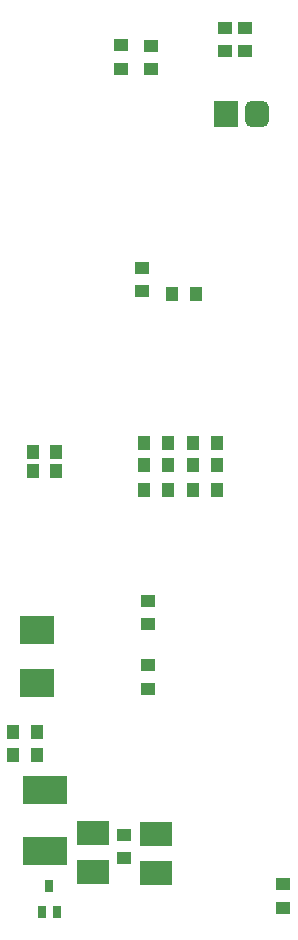
<source format=gbp>
G04*
G04 #@! TF.GenerationSoftware,Altium Limited,Altium Designer,19.1.5 (86)*
G04*
G04 Layer_Color=128*
%FSLAX44Y44*%
%MOMM*%
G71*
G01*
G75*
%ADD19R,1.3000X1.0000*%
%ADD21R,3.0000X2.4000*%
%ADD24R,1.0000X1.3000*%
%ADD78R,2.0000X2.2000*%
G04:AMPARAMS|DCode=79|XSize=2mm|YSize=2.2mm|CornerRadius=0.5mm|HoleSize=0mm|Usage=FLASHONLY|Rotation=180.000|XOffset=0mm|YOffset=0mm|HoleType=Round|Shape=RoundedRectangle|*
%AMROUNDEDRECTD79*
21,1,2.0000,1.2000,0,0,180.0*
21,1,1.0000,2.2000,0,0,180.0*
1,1,1.0000,-0.5000,0.6000*
1,1,1.0000,0.5000,0.6000*
1,1,1.0000,0.5000,-0.6000*
1,1,1.0000,-0.5000,-0.6000*
%
%ADD79ROUNDEDRECTD79*%
%ADD80R,0.8000X1.0000*%
%ADD81R,2.7000X2.0000*%
%ADD82R,3.7000X2.4500*%
D19*
X1249680Y994410D02*
D03*
Y974410D02*
D03*
X1275080Y994090D02*
D03*
Y974090D02*
D03*
X1386840Y284414D02*
D03*
Y264414D02*
D03*
X1267460Y786130D02*
D03*
Y806130D02*
D03*
X1338093Y1009330D02*
D03*
Y989330D02*
D03*
X1354603D02*
D03*
Y1009330D02*
D03*
X1272540Y504190D02*
D03*
Y524190D02*
D03*
Y449580D02*
D03*
Y469580D02*
D03*
X1252220Y306120D02*
D03*
Y326120D02*
D03*
D21*
X1178561Y499661D02*
D03*
X1178560Y454660D02*
D03*
D24*
X1313180Y783590D02*
D03*
X1293180D02*
D03*
X1330640Y618260D02*
D03*
X1310640D02*
D03*
Y638810D02*
D03*
X1330640D02*
D03*
Y657860D02*
D03*
X1310640D02*
D03*
X1289050Y618260D02*
D03*
X1269050D02*
D03*
Y638810D02*
D03*
X1289050D02*
D03*
X1269050Y657860D02*
D03*
X1289050D02*
D03*
X1194750Y633730D02*
D03*
X1174750D02*
D03*
X1194750Y650240D02*
D03*
X1174750D02*
D03*
X1158240Y393700D02*
D03*
X1178240D02*
D03*
X1158560Y412750D02*
D03*
X1178560D02*
D03*
D78*
X1338580Y935990D02*
D03*
D79*
X1364580D02*
D03*
D80*
X1182370Y261010D02*
D03*
X1195070D02*
D03*
X1188720Y282940D02*
D03*
D81*
X1278890Y326390D02*
D03*
Y293390D02*
D03*
X1225550Y327640D02*
D03*
Y294640D02*
D03*
D82*
X1184910Y363650D02*
D03*
Y312150D02*
D03*
M02*

</source>
